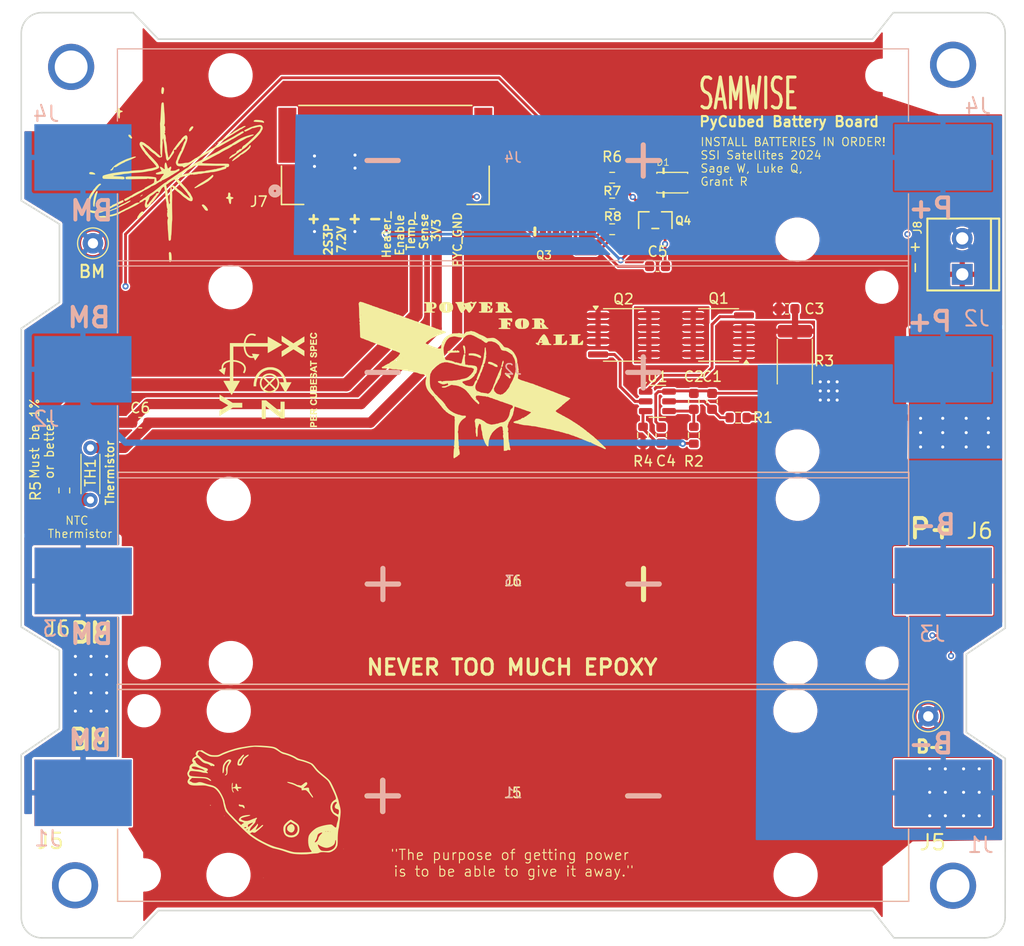
<source format=kicad_pcb>
(kicad_pcb (version 20240108) (generator "pcbnew") (generator_version "8.0")
  (title_block (title "Battery Board") (date "2024-11-14") (rev "v2C") (company "Stanford SSI") (comment 1 "Original design by Max Holiday, very small adaptations by Grant Regen") (comment 2 "More small edits made by Sage Wu and Luke Qiao"))
  (layers (0 "F.Cu" signal) (1 "In1.Cu" signal) (2 "In2.Cu" signal) (31 "B.Cu" signal) (34 "B.Paste" user) (35 "F.Paste" user) (36 "B.SilkS" user "B.Silkscreen") (37 "F.SilkS" user "F.Silkscreen") (38 "B.Mask" user) (39 "F.Mask" user) (44 "Edge.Cuts" user))
  (net 0 "")
  (net 1 "/VDD")
  (net 2 "B-")
  (net 3 "PACK-")
  (net 4 "BM")
  (net 5 "PACK+")
  (net 6 "Net-(U1-VC)")
  (net 7 "Net-(C3-Pad1)")
  (net 8 "PyCubed_SENSE")
  (net 10 "Net-(U1-V-)")
  (net 14 "Net-(Q1-G)")
  (net 15 "+3V3")
  (net 16 "Net-(Q1-D-Pad5)")
  (net 17 "Net-(Q2-G)")
  (net 18 "/HEATER")
  (net 19 "PyCubed_ENABLE")
  (net 20 "Net-(Q4-G)")
  (net 21 "PYCUBED_GND")
  (net 22 "Net-(Q3-Gate)")
  (footprint "ssi_connector:Keystone_1042" (layer "F.Cu") (at 101.1174 129.8448 180)
    (property "Reference" "J5")
    (property "Value" "KEYSTONE-1042")
  )
  (footprint "Package_TO_SOT_SMD:SOT-23-6" (layer "F.Cu") (at 115.189 91.694)
    (property "Reference" "U1")
    (property "Value" "R5460N233AF")
  )
  (footprint "ssi_connector:Keystone_1042" (layer "F.Cu") (at 101.1428 109.1946)
    (property "Reference" "J6")
    (property "Value" "KEYSTONE-1042")
  )
  (footprint "Capacitor_SMD:C_0603_1608Metric" (layer "F.Cu") (at 120.523 91.694 -90)
    (property "Reference" "C1")
    (property "Value" "0.1uF")
  )
  (footprint "Capacitor_SMD:C_0603_1608Metric" (layer "F.Cu") (at 118.745 91.694 -90)
    (property "Reference" "C2")
    (property "Value" "0.1uF")
  )
  (footprint "Capacitor_SMD:C_0603_1608Metric" (layer "F.Cu") (at 115.57 94.996 -90)
    (property "Reference" "C4")
    (property "Value" "0.1uF")
  )
  (footprint "Capacitor_SMD:C_0603_1608Metric" (layer "F.Cu") (at 127.8255 82.677 180)
    (property "Reference" "C3")
    (property "Value" "0.1uF")
  )
  (footprint "Resistor_SMD:R_0603_1608Metric" (layer "F.Cu") (at 123.063 93.2815 180)
    (property "Reference" "R1")
    (property "Value" "330")
  )
  (footprint "Resistor_SMD:R_0603_1608Metric" (layer "F.Cu") (at 118.745 94.996 90)
    (property "Reference" "R2")
    (property "Value" "330")
  )
  (footprint "Package_SO:SOIC-8_3.9x4.9mm_P1.27mm" (layer "F.Cu") (at 111.887 85.217)
    (property "Reference" "Q2")
    (property "Value" "IRF7458")
  )
  (footprint "Package_SO:SOIC-8_3.9x4.9mm_P1.27mm" (layer "F.Cu") (at 121.158 85.217 180)
    (property "Reference" "Q1")
    (property "Value" "IRF7458")
  )
  (footprint "Resistor_SMD:R_0603_1608Metric" (layer "F.Cu") (at 113.792 94.996 -90)
    (property "Reference" "R4")
    (property "Value" "1k")
  )
  (footprint "Resistor_SMD:R_2512_6332Metric" (layer "F.Cu") (at 128.5875 87.8205 90)
    (property "Reference" "R3")
    (property "Value" "0.01")
  )
  (footprint "TestPoint:TestPoint_Loop_D1.80mm_Drill1.0mm_Beaded" (layer "F.Cu") (at 141.5923 122.3899)
    (property "Reference" "TP1" (hide yes))
    (property "Value" "TestPoint")
  )
  (footprint "TestPoint:TestPoint_Loop_D1.80mm_Drill1.0mm_Beaded" (layer "F.Cu") (at 60.1853 76.2889)
    (property "Reference" "TP2" (hide yes))
    (property "Value" "TestPoint")
  )
  (footprint "ssi_mountinghole:MountingHole_3.2mm_M3_DIN965_PadMOD" (layer "F.Cu") (at 144.0103 138.8999)
    (property "Reference" "H4" (hide yes))
    (property "Value" "MountingHole_Pad")
  )
  (footprint "ssi_mountinghole:MountingHole_3.2mm_M3_DIN965_PadMOD" (layer "F.Cu") (at 58.0607 59.0989)
    (property "Reference" "H2" (hide yes))
    (property "Value" "MountingHole_Pad")
  )
  (footprint "ssi_mountinghole:MountingHole_3.2mm_M3_DIN965_PadMOD" (layer "F.Cu") (at 58.4417 138.8549)
    (property "Reference" "H1" (hide yes))
    (property "Value" "MountingHole_Pad")
  )
  (footprint "ssi_mountinghole:MountingHole_3.2mm_M3_DIN965_PadMOD" (layer "F.Cu") (at 144.0103 58.8899)
    (property "Reference" "H3" (hide yes))
    (property "Value" "MountingHole_Pad")
  )
  (footprint "ssi_connector:1985807" (layer "F.Cu") (at 144.9033 79.312102 90)
    (property "Reference" "J8")
    (property "Value" "1985807")
  )
  (footprint "Resistor_SMD:R_0603_1608Metric" (layer "F.Cu") (at 57.3947 100.3789 90)
    (property "Reference" "R5")
    (property "Value" "10k")
  )
  (footprint "Resistor_THT:R_Axial_DIN0204_L3.6mm_D1.6mm_P5.08mm_Horizontal" (layer "F.Cu") (at 59.9393 101.3079 90)
    (property "Reference" "TH1")
    (property "Value" "TTDO-10KC8-3-1%")
  )
  (footprint "ssi_drawings:PowerLogo" (layer "F.Cu") (at 97.672 89.637502)
    (property "Reference" "Ref**" (hide yes))
    (property "Value" "Val**" (hide yes))
  )
  (footprint "Resistor_SMD:R_0603_1608Metric" (layer "F.Cu") (at 110.7853 69.8999)
    (property "Reference" "R6")
    (property "Value" "10k")
  )
  (footprint "ssi_diode:PWRDI-123" (layer "F.Cu") (at 116.6447 70.3789)
    (property "Reference" "D1")
    (property "Value" "DFLS130L" (hide yes))
  )
  (footprint "Resistor_SMD:R_0603_1608Metric" (layer "F.Cu") (at 110.7853 72.4099 180)
    (property "Reference" "R7")
    (property "Value" "4.7k")
  )
  (footprint "ssi_transistor:SOT-23" (layer "F.Cu") (at 114.9921 74.0316)
    (property "Reference" "Q4")
    (property "Value" "IRLML2803" (hide yes))
  )
  (footprint "Capacitor_SMD:C_0603_1608Metric" (layer "F.Cu") (at 64.7917 93.7699)
    (property "Reference" "C6")
    (property "Value" "10uF")
  )
  (footprint "NetTie:NetTie-2_SMD_Pad0.5mm" (layer "F.Cu") (at 143.8111 115.0217 -90)
    (property "Reference" "NT1" (hide yes))
    (property "Value" "NetTie_2" (hide yes))
  )
  (footprint "ssi_connector:Molex_502352-0801" (layer "F.Cu") (at 88.6803 67.6799 180)
    (property "Reference" "J7")
    (property "Value" "MOLEX 502352-0801")
  )
  (footprint "ssi_drawings:star" (layer "F.Cu") (at 68.3447 69.1789)
    (property "Reference" "G***" (hide yes))
    (property "Value" "star" (hide yes))
  )
  (footprint "ssi_transistor:DMP2040USS-13" (layer "F.Cu") (at 105.9397 72.9419)
    (property "Reference" "Q3")
    (property "Value" "DMP2040USS-13" (hide yes))
  )
  (footprint "Capacitor_SMD:C_0603_1608Metric" (layer "F.Cu") (at 115.2107 78.5299)
    (property "Reference" "C5")
    (property "Value" "10uF")
  )
  (footprint "ssi_drawings:fish" (layer "F.Cu") (at 77.1947 130.3539)
    (property "Reference" "G***" (hide yes))
    (property "Value" "fish" (hide yes))
  )
  (footprint "Resistor_SMD:R_0603_1608Metric" (layer "F.Cu") (at 110.7853 74.9199)
    (property "Reference" "R8")
    (property "Value" "100k")
  )
  (footprint "ssi_connector:Keystone_1042" (layer "B.Cu") (at 101.1174 88.5698)
    (property "Reference" "J2")
    (property "Value" "KEYSTONE-1042")
  )
  (footprint "ssi_connector:Keystone_1042" (layer "B.Cu") (at 101.1428 129.8448 180)
    (property "Reference" "J1")
    (property "Value" "KEYSTONE-1042")
  )
  (footprint "ssi_connector:Keystone_1042" (layer "B.Cu") (at 101.1428 109.1946 180)
    (property "Reference" "J3")
    (property "Value" "KEYSTONE-1042")
  )
  (footprint "ssi_connector:Keystone_1042" (layer "B.Cu") (at 101.1174 67.9196)
    (property "Reference" "J4")
    (property "Value" "KEYSTONE-1042")
  )
  (footprint "ssi_drawings:XYZ_cubesat-bot" (layer "B.Cu") (at 77.2303 89.5899 -90)
    (property "Reference" "Ref**" (hide yes))
    (property "Value" "Val**" (hide yes))
  )
  (gr_arc (start 55.2003 143.9799) (mid 53.786086 143.394114) (end 53.2003 141.9799) (stroke (width 0.15)) (layer "Edge.Cuts"))
  (gr_arc (start 149.0853 141.9799) (mid 148.499514 143.394114) (end 147.0853 143.9799) (stroke (width 0.15)) (layer "Edge.Cuts"))
  (gr_arc (start 147.0853 53.8099) (mid 148.499514 54.395686) (end 149.0853 55.8099) (stroke (width 0.15)) (layer "Edge.Cuts"))
  (gr_arc (start 53.2003 55.8099) (mid 53.786086 54.395686) (end 55.2003 53.8099) (stroke (width 0.15)) (layer "Edge.Cuts"))
  (gr_line (start 55.2003 143.9799) (end 64.0395 143.9799) (stroke (width 0.15)) (layer "Edge.Cuts"))
  (gr_line (start 149.098 113.792) (end 149.0853 55.8099) (stroke (width 0.15)) (layer "Edge.Cuts"))
  (gr_line (start 136.1657 141.3187) (end 66.5697 141.3187) (stroke (width 0.15)) (layer "Edge.Cuts"))
  (gr_line (start 64.0395 143.9799) (end 66.5697 141.3187) (stroke (width 0.15)) (layer "Edge.Cuts"))
  (gr_line (start 147.0853 143.9799) (end 138.2461 143.9799) (stroke (width 0.15)) (layer "Edge.Cuts"))
  (gr_line (start 66.548 56.388) (end 64.0969 53.8099) (stroke (width 0.15)) (layer "Edge.Cuts"))
  (gr_line (start 136.144 56.388) (end 66.548 56.388) (stroke (width 0.15)) (layer "Edge.Cuts"))
  (gr_line (start 136.144 56.388) (end 138.1887 53.8099) (stroke (width 0.15)) (layer "Edge.Cuts"))
  (gr_line (start 147.0853 53.8099) (end 138.1887 53.8099) (stroke (width 0.15)) (layer "Edge.Cuts"))
  (gr_line (start 64.0969 53.8099) (end 55.2003 53.8099) (stroke (width 0.15)) (layer "Edge.Cuts"))
  (gr_line (start 53.2003 72.136) (end 53.2003 55.8099) (stroke (width 0.15)) (layer "Edge.Cuts"))
  (gr_line (start 149.0853 141.9799) (end 149.098 126.492) (stroke (width 0.15)) (layer "Edge.Cuts"))
  (gr_line (start 145.3097 123.952) (end 149.098 126.492) (stroke (width 0.15)) (layer "Edge.Cuts"))
  (gr_line (start 56.9121 115.9689) (end 53.1947 113.6829) (stroke (width 0.15)) (layer "Edge.Cuts"))
  (gr_line (start 145.3097 116.332) (end 145.3097 123.952) (stroke (width 0.15)) (layer "Edge.Cuts"))
  (gr_line (start 53.2003 84.582) (end 56.9177 82.042) (stroke (width 0.15)) (layer "Edge.Cuts"))
  (gr_line (start 56.9121 123.5889) (end 56.9121 115.9689) (stroke (width 0.15)) (layer "Edge.Cuts"))
  (gr_line (start 138.2461 143.9799) (end 136.1657 141.3187) (stroke (width 0.15)) (layer "Edge.Cuts"))
  (gr_line (start 53.2003 141.9799) (end 53.1947 126.1289) (stroke (width 0.15)) (layer "Edge.Cuts"))
  (gr_line (start 56.9177 74.422) (end 53.2003 72.136) (stroke (width 0.15)) (layer "Edge.Cuts"))
  (gr_line (start 56.9177 82.042) (end 56.9177 74.422) (stroke (width 0.15)) (layer "Edge.Cuts"))
  (gr_line (start 149.098 113.792) (end 145.3097 116.332) (stroke (width 0.15)) (layer "Edge.Cuts"))
  (gr_line (start 53.1947 126.1289) (end 56.9121 123.5889) (stroke (width 0.15)) (layer "Edge.Cuts"))
  (gr_line (start 53.1947 113.6829) (end 53.2003 84.582) (stroke (width 0.15)) (layer "Edge.Cuts"))
  (gr_text "BM" (at 60.0583 114.3889 0) (layer "B.SilkS") (effects (font (size 1.905 1.905) (thickness 0.381)) (justify mirror)))
  (gr_text "BM" (at 59.8043 83.5279 0) (layer "B.SilkS") (effects (font (size 1.905 1.905) (thickness 0.381)) (justify mirror)))
  (gr_text "BM" (at 60.0583 73.1139 0) (layer "B.SilkS") (effects (font (size 1.905 1.905) (thickness 0.381)) (justify mirror)))
  (gr_text "BM" (at 59.8895 124.7325 0) (layer "B.SilkS") (effects (font (size 1.905 1.905) (thickness 0.381)) (justify mirror)))
  (gr_text "B-" (at 141.8463 125.0569 0) (layer "B.SilkS") (effects (font (size 1.905 1.905) (thickness 0.381)) (justify mirror)))
  (gr_text "B-" (at 142.1003 103.7209 0) (layer "B.SilkS") (effects (font (size 1.905 1.905) (thickness 0.381)) (justify mirror)))
  (gr_text "P+" (at 141.7193 83.9089 0) (layer "B.SilkS") (effects (font (size 1.905 1.905) (thickness 0.381)) (justify mirror)))
  (gr_text "P+" (at 141.8463 72.8599 0) (layer "B.SilkS") (effects (font (size 1.905 1.905) (thickness 0.381)) (justify mirror)))
  (gr_text "J4" (at 57.0447 64.5599 0) (layer "B.SilkS") (effects (font (size 1.5 1.5) (thickness 0.2)) (justify left bottom mirror)))
  (gr_text "J3\n\n" (at 57.9617 117.1419 0) (layer "B.SilkS") (effects (font (size 1.5 1.5) (thickness 0.2)) (justify left bottom mirror)))
  (gr_text "J3\n\n" (at 143.4047 117.6459 0) (layer "B.SilkS") (effects (font (size 1.5 1.5) (thickness 0.2)) (justify left bottom mirror)))
  (gr_text "J4" (at 147.8497 63.7979 0) (layer "B.SilkS") (effects (font (size 1.5 1.5) (thickness 0.2)) (justify left bottom mirror)))
  (gr_text "J1\n" (at 148.1037 135.8069 0) (layer "B.SilkS") (effects (font (size 1.5 1.5) (thickness 0.2)) (justify left bottom mirror)))
  (gr_text "J2\n\n\n" (at 147.7227 89.3249 0) (layer "B.SilkS") (effects (font (size 1.5 1.5) (thickness 0.2)) (justify left bottom mirror)))
  (gr_text "J1\n" (at 57.1717 135.1719 0) (layer "B.SilkS") (effects (font (size 1.5 1.5) (thickness 0.2)) (justify left bottom mirror)))
  (gr_text "J2\n\n\n" (at 57.0447 99.1039 0) (layer "B.SilkS") (effects (font (size 1.5 1.5) (thickness 0.2)) (justify left bottom mirror)))
  (gr_text "BM" (at 59.9313 124.6309 0) (layer "F.SilkS") (effects (font (size 1.905 1.905) (thickness 0.381))))
  (gr_text "B-" (at 141.7791 125.3421 0) (layer "F.SilkS") (effects (font (size 1.2 1.2) (thickness 0.3))))
  (gr_text "P+" (at 141.9733 104.1019 0) (layer "F.SilkS") (effects (font (size 1.905 1.905) (thickness 0.381))))
  (gr_text "NTC \nThermistor" (at 58.9243 103.9553 0) (layer "F.SilkS") (effects (font (size 0.8 0.8) (thickness 0.1))))
  (gr_text "2S3P\n7.2V" (at 83.7655 75.9137 90) (layer "F.SilkS") (effects (font (size 0.8 0.8) (thickness 0.175))))
  (gr_text "- +" (at 140.2551 77.6663 90) (layer "F.SilkS") (effects (font (size 1 1))))
  (gr_text "INSTALL BATTERIES IN ORDER!\nSSI Satellites 2024\nSage W, Luke Q,\nGrant R\n" (at 119.3255 68.3445 0) (layer "F.SilkS") (effects (font (size 0.8 0.8) (thickness 0.1)) (justify left)))
  (gr_text "BM" (at 60.0927 79.0379 0) (layer "F.SilkS") (effects (font (size 1.2 1.2) (thickness 0.2))))
  (gr_text "Heater_\nEnable" (at 89.4447 75.4789 90) (layer "F.SilkS") (effects (font (size 0.8 0.8))))
  (gr_text "Temp_\nSense" (at 91.7947 75.1289 90) (layer "F.SilkS") (effects (font (size 0.8 0.8))))
  (gr_text "Thermistor" (at 61.8363 98.6663 90) (layer "F.SilkS") (effects (font (size 0.8 0.8))))
  (gr_text "J5" (at 54.6317 135.4259 0) (layer "F.SilkS") (effects (font (size 1.5 1.5) (thickness 0.2)) (justify left bottom)))
  (gr_text "J6\n" (at 55.2947 114.7289 0) (layer "F.SilkS") (effects (font (size 1.5 1.5) (thickness 0.2)) (justify left bottom)))
  (gr_text "J5" (at 140.6107 135.5529 0) (layer "F.SilkS") (effects (font (size 1.5 1.5) (thickness 0.2)) (justify left bottom)))
  (gr_text "J6\n" (at 145.1827 105.1999 0) (layer "F.SilkS") (effects (font (size 1.5 1.5) (thickness 0.2)) (justify left bottom)))
  (gr_text "{dblquote}The purpose of getting power \nis to be able to give it away.{dblquote}" (at 101.1899 136.6959 0) (layer "F.SilkS") (effects (font (size 1 1) (thickness 0.1))))
  (gr_text "SAMWISE" (at 124.0753 61.7151 0) (layer "F.SilkS") (effects (font (size 3 1.5) (thickness 0.3))))
  (gr_text "3V3" (at 93.6447 75.0289 90) (layer "F.SilkS") (effects (font (size 0.8 0.8))))
  (gr_text "PYC_GND" (at 95.7197 75.9289 90) (layer "F.SilkS") (effects (font (size 0.8 0.8))))
  (gr_text "PyCubed Battery Board" (at 128.0377 64.4329 0) (layer "F.SilkS") (effects (font (size 1 1) (thickness 0.2))))
  (gr_text "- + - +" (at 84.6963 74.0029 180) (layer "F.SilkS") (effects (font (size 1 1) (thickness 0.25))))
  (gr_text "BM" (at 60.0583 114.2619 0) (layer "F.SilkS") (effects (font (size 1.905 1.905) (thickness 0.381))))
  (gr_text "NEVER TOO MUCH EPOXY" (at 101.0303 117.6099 0) (layer "F.SilkS") (effects (font (size 1.5 1.5) (thickness 0.3))))
  (gr_text "Must be 1%\nor better" (at 56.4447 99.3289 90) (layer "F.SilkS") (effects (font (size 0.889 0.889) (thickness 0.127)) (justify left bottom)))
  (segment (start 119.761 91.694) (end 120.523 92.456) (width 0.2794) (layer "F.Cu") (net 1))
  (segment (start 121.323 93.2815) (end 120.523 92.4815) (width 0.2794) (layer "F.Cu") (net 1))
  (segment (start 122.2755 93.2815) (end 121.323 93.2815) (width 0.2794) (layer "F.Cu") (net 1))
  (segment (start 116.589 91.694) (end 119.761 91.694) (width 0.2794) (layer "F.Cu") (net 1))
  (segment (start 120.523 92.456) (end 120.523 92.4815) (width 0.2794) (layer "F.Cu") (net 1))
  (segment (start 118.745 90.678) (end 120.2945 90.678) (width 0.2794) (layer "F.Cu") (net 2))
  (segment (start 120.523 90.9065) (end 128.4015 90.9065) (width 0.2794) (layer "F.Cu") (net 2))
  (segment (start 118.745 90.9065) (end 118.745 90.678) (width 0.2794) (layer "F.Cu") (net 2))
  (segment (start 115.0329 91.0013) (end 115.2902 90.744) (width 0.27178) (layer "F.Cu") (net 2))
  (segment (start 120.2945 90.678) (end 120.523 90.9065) (width 0.2794) (layer "F.Cu") (net 2))
  (segment (start 115.2902 90.744) (end 116.3265 90.744) (width 0.27178) (layer "F.Cu") (net 2))
  (segment (start 116.655 90.678) (end 118.745 90.678) (width 0.2794) (layer "F.Cu") (net 2))
  (segment (start 115.57 94.2085) (end 115.0329 93.6714) (width 0.27178) (layer "F.Cu") (net 2))
  (segment (start 128.4015 90.9065) (end 128.5875 90.7205) (width 0.2794) (layer "F.Cu") (net 2))
  (segment (start 116.589 90.744) (end 116.655 90.678) (width 0.2794) (layer "F.Cu") (net 2))
  (segment (start 115.0329 93.6714) (end 115.0329 91.0013) (width 0.27178) (layer "F.Cu") (net 2))
  (via (at 143.256 129.794) (size 0.6) (drill 0.3) (layers "F.Cu" "B.Cu") (net 2))
  (via (at 146.558 129.794) (size 0.6) (drill 0.3) (layers "F.Cu" "B.Cu") (net 2))
  (via (at 145.034 129.794) (size 0.6) (drill 0.3) (layers "F.Cu" "B.Cu") (net 2))
  (via (at 141.732 129.794) (size 0.6) (drill 0.3) (layers "F.Cu" "B.Cu") (net 2))
  (via (at 146.558 132.08) (size 0.6) (drill 0.3) (layers "F.Cu" "B.Cu") (net 2))
  (via (at 141.732 132.08) (size 0.6) (drill 0.3) (layers "F.Cu" "B.Cu") (net 2))
  (via (at 143.256 132.08) (size 0.6) (drill 0.3) (layers "F.Cu" "B.Cu") (net 2))
  (via (at 145.034 132.08) (size 0.6) (drill 0.3) (layers "F.Cu" "B.Cu") (net 2))
  (via (at 131.8731 90.678) (size 0.6) (drill 0.3) (layers "F.Cu" "B.Cu") (net 2))
  (via (at 132.7113 90.678) (size 0.6) (drill 0.3) (layers "F.Cu" "B.Cu") (net 2))
  (via (at 131.064 90.678) (size 0.6) (drill 0.3) (layers "F.Cu" "B.Cu") (net 2))
  (via (at 131.8731 91.567) (size 0.6) (drill 0.3) (layers "F.Cu" "B.Cu") (net 2))
  (via (at 131.064 91.567) (size 0.6) (drill 0.3) (layers "F.Cu" "B.Cu") (net 2))
  (via (at 132.7113 91.567) (size 0.6) (drill 0.3) (layers "F.Cu" "B.Cu") (net 2))
  (via (at 143.256 127.508) (size 0.6) (drill 0.3) (layers "F.Cu" "B.Cu") (net 2))
  (via (at 146.558 127.508) (size 0.6) (drill 0.3) (layers "F.Cu" "B.Cu") (net 2))
  (via (at 145.034 127.508) (size 0.6) (drill 0.3) (layers "F.Cu" "B.Cu") (net 2))
  (via (at 131.8731 89.789) (size 0.6) (drill 0.3) (layers "F.Cu" "B.Cu") (net 2))
  (via (at 141.732 127.508) (size 0.6) (drill 0.3) (layers "F.Cu" "B.Cu") (net 2))
  (via (at 131.064 89.789) (size 0.6) (drill 0.3) (layers "F.Cu" "B.Cu") (net 2))
  (via (at 132.7113 89.789) (size 0.6) (drill 0.3) (layers "F.Cu" "B.Cu") (net 2))
  (segment (start 117.703498 95.7835) (end 117.665498 95.8215) (width 0.2794) (layer "F.Cu") (net 4))
  (segment (start 118.745 95.7835) (end 117.703498 95.7835) (width 0.2794) (layer "F.Cu") (net 4))
  (via (at 59.9957 121.8819) (size 0.6) (drill 0.3) (layers "F.Cu" "B.Cu") (net 4))
  (via (at 59.9957 118.3259) (size 0.6) (drill 0.3) (layers "F.Cu" "B.Cu") (net 4))
  (via (at 59.9957 120.1039) (size 0.6) (drill 0.3) (layers "F.Cu" "B.Cu") (net 4))
  (via (at 59.9957 116.5479) (size 0.6) (drill 0.3) (layers "F.Cu" "B.Cu") (net 4))
  (via (at 61.5197 116.5479) (size 0.6) (drill 0.3) (layers "F.Cu" "B.Cu") (net 4))
  (via (at 61.5197 118.3259) (size 0.6) (drill 0.3) (layers "F.Cu" "B.Cu") (net 4))
  (via (at 61.5197 121.8819) (size 0.6) (drill 0.3) (layers "F.Cu" "B.Cu") (net 4))
  (via (at 61.5197 120.1039) (size 0.6) (drill 0.3) (layers "F.Cu" "B.Cu") (net 4))
  (via (at 58.4717 120.1039) (size 0.6) (drill 0.3) (layers "F.Cu" "B.Cu") (net 4))
  (via (at 58.4717 118.3259) (size 0.6) (drill 0.3) (layers "F.Cu" "B.Cu") (net 4))
  (via (at 58.4717 116.5479) (size 0.6) (drill 0.3) (layers "F.Cu" "B.Cu") (net 4))
  (via (at 58.4717 121.8819) (size 0.6) (drill 0.3) (layers "F.Cu" "B.Cu") (net 4))
  (via (at 117.665498 95.8215) (size 0.6) (drill 0.3) (layers "F.Cu" "B.Cu") (net 4))
  (segment (start 117.563898 95.7199) (end 117.665498 95.8215) (width 0.6096) (layer "B.Cu") (net 4))
  (segment (start 59.2074 88.5698) (end 59.2074 91.567) (width 0.6096) (layer "B.Cu") (net 4))
  (segment (start 59.2074 91.567) (end 63.3603 95.7199) (width 0.6096) (layer "B.Cu") (net 4))
  (segment (start 63.3603 95.7199) (end 117.563898 95.7199) (width 0.6096) (layer "B.Cu") (net 4))
  (segment (start 85.7123 71.2729) (end 85.7763 71.2089) (width 0.6096) (layer "F.Cu") (net 5))
  (segment (start 81.776301 71.2089) (end 81.776301 68.796901) (width 0.6096) (layer "F.Cu") (net 5))
  (segment (start 81.7753 71.209901) (end 81.776301 71.2089) (width 1.27) (layer "F.Cu") (net 5))
  (segment (start 85.680301 69.005699) (end 85.725 68.961) (width 0.27178) (layer "F.Cu") (net 5))
  (segment (start 85.725 71.1576) (end 85.7763 71.2089) (width 0.6096) (layer "F.Cu") (net 5))
  (segment (start 85.725 67.691) (end 85.725 68.961) (width 0.6096) (layer "F.Cu") (net 5))
  (segment (start 140.7795 93.2815) (end 140.843 93.345) (width 0.6096) (layer "F.Cu") (net 5))
  (segment (start 81.776301 68.796901) (end 81.7753 68.7959) (width 0.6096) (layer "F.Cu") (net 5))
  (segment (start 85.725 68.961) (end 85.725 71.1576) (width 0.6096) (layer "F.Cu") (net 5))
  (segment (start 81.7753 71.280899) (end 81.680301 71.1859) (width 1.27) (layer "F.Cu") (net 5))
  (segment (start 85.680301 71.1859) (end 85.680301 69.005699) (width 0.27178) (layer "F.Cu") (net 5))
  (segment (start 123.8505 93.2815) (end 140.7795 93.2815) (width 0.6096) (layer "F.Cu") (net 5))
  (segment (start 85.7123 75.1459) (end 85.680301 75.113901) (width 0.27178) (layer "F.Cu") (net 5))
  (segment (start 81.7753 75.1459) (end 81.7753 71.280899) (width 1.27) (layer "F.Cu") (net 5))
  (segment (start 85.680301 75.113901) (end 85.680301 71.1859) (width 1.27) (layer "F.Cu") (net 5))
  (segment (start 81.7753 67.7799) (end 81.7753 68.7959) (width 0.6096) (layer "F.Cu") (net 5))
  (via (at 140.843 94.742) (size 0.6) (drill 0.3) (layers "F.Cu" "B.Cu") (net 5))
  (via (at 143.002 94.742) (size 0.6) (drill 0.3) (layers "F.Cu" "B.Cu") (net 5))
  (via (at 145.288 94.742) (size 0.6) (drill 0.3) (layers "F.Cu" "B.Cu") (net 5))
  (via (at 147.447 94.742) (size 0.6) (drill 0.3) (layers "F.Cu" "B.Cu") (net 5))
  (via (at 145.288 96.139) (size 0.6) (drill 0.3) (layers "F.Cu" "B.Cu") (net 5))
  (via (at 140.843 96.139) (size 0.6) (drill 0.3) (layers "F.Cu" "B.Cu") (net 5))
  (via (at 143.002 96.139) (size 0.6) (drill 0.3) (layers "F.Cu" "B.Cu") (net 5))
  (via (at 147.447 96.139) (size 0.6) (drill 0.3) (layers "F.Cu" "B.Cu") (net 5))
  (via (at 140.843 93.345) (size 0.6) (drill 0.3) (layers "F.Cu" "B.Cu") (net 5))
  (via (at 85.7123 75.1459) (size 0.6) (drill 0.3) (layers "F.Cu" "B.Cu") (net 5))
  (via (at 143.002 93.345) (size 0.6) (drill 0.3) (layers "F.Cu" "B.Cu") (net 5))
  (via (at 81.7753 67.7799) (size 0.6) (drill 0.3) (layers "F.Cu" "B.Cu") (net 5))
  (via (at 85.725 67.691) (size 0.6) (drill 0.3) (layers "F.Cu" "B.Cu") (net 5))
  (via (at 81.7753 75.1459) (size 0.6) (drill 0.3) (layers "F.Cu" "B.Cu") (net 5))
  (via (at 147.447 93.345) (size 0.6) (drill 0.3) (layers "F.Cu" "B.Cu") (net 5))
  (via (at 81.7753 68.7959) (size 0.6) (drill 0.3) (layers "F.Cu" "B.Cu") (net 5))
  (via (at 145.288 93.345) (size 0.6) (drill 0.3) (layers "F.Cu" "B.Cu") (net 5))
  (via (at 85.725 68.961) (size 0.6) (drill 0.3) (layers "F.Cu" "B.Cu") (net 5))
  (segment (start 118.745 92.4815) (end 118.745 94.2085) (width 0.27178) (layer "F.Cu") (net 6))
  (segment (start 116.589 92.644) (end 118.5825 92.644) (width 0.2794) (layer "F.Cu") (net 6))
  (segment (start 128.613 84.895) (end 128.5875 84.9205) (width 0.6096) (layer "F.Cu") (net 7))
  (segment (start 128.613 82.677) (end 128.613 84.895) (width 0.6096) (layer "F.Cu") (net 7))
  (segment (start 57.3913 101.2464) (end 57.3988 101.2539) (width 1.27) (layer "F.Cu") (net 8))
  (segment (start 57.3988 101.2539) (end 59.8853 101.2539) (width 1.27) (layer "F.Cu") (net 8))
  (segment (start 91.680299 71.1859) (end 91.680299 83.268301) (width 1.27) (layer "F.Cu") (net 8))
  (segment (start 59.8853 101.2539) (end 59.9393 101.3079) (width 1.27) (layer "F.Cu") (net 8))
  (segment (start 84.8697 90.0789) (end 60.141876 90.0789) (width 1.27) (layer "F.Cu") (net 8))
  (segment (start 55.6697 99.669914) (end 57.203686 101.2039) (width 1.27) (layer "F.Cu") (net 8))
  (segment (start 60.141876 90.0789) (end 55.6697 94.551076) (width 1.27) (layer "F.Cu") (net 8))
  (segment (start 57.203686 101.2039) (end 57.3947 101.2039) (width 1.27) (layer "F.Cu") (net 8))
  (segment (start 91.680299 83.268301) (end 84.8697 90.0789) (width 1.27) (layer "F.Cu") (net 8))
  (segment (start 55.6697 94.551076) (end 55.6697 99.669914) (width 1.27) (layer "F.Cu") (net 8))
  (segment (start 113.792 94.2085) (end 113.792 94.361) (width 0.2794) (layer "F.Cu") (net 10))
  (segment (start 113.789 94.2055) (end 113.792 94.2085) (width 0.2794) (layer "F.Cu") (net 10))
  (segment (start 113.789 92.644) (end 113.789 94.2055) (width 0.2794) (layer "F.Cu") (net 10))
  (segment (start 115.2145 95.7835) (end 115.57 95.7835) (width 0.2794) (layer "F.Cu") (net 10))
  (segment (start 113.792 94.361) (end 115.2145 95.7835) (width 0.2794) (layer "F.Cu") (net 10))
  (segment (start 119.761 89.154) (end 115.57 89.154) (width 0.2794) (layer "F.Cu") (net 14))
  (segment (start 121.285 83.439) (end 120.523 84.201) (width 0.2794) (layer "F.Cu") (net 14))
  (segment (start 120.523 88.392) (end 119.761 89.154) (width 0.2794) (layer "F.Cu") (net 14))
  (segment (start 115.57 89.2255) (end 114.0515 90.744) (width 0.2794) (layer "F.Cu") (net 14))
  (segment (start 123.506 83.439) (end 121.285 83.439) (width 0.2794) (layer "F.Cu") (net 14))
  (segment (start 120.523 84.201) (end 120.523 88.392) (width 0.2794) (layer "F.Cu") (net 14))
  (segment (start 115.57 89.154) (end 115.57 89.2255) (width 0.2794) (layer "F.Cu") (net 14))
  (segment (start 123.633 83.312) (end 123.506 83.439) (width 0.2794) (layer "F.Cu") (net 14))
  (segment (start 96.2697 68.6289) (end 103.2751 75.6343) (width 0.27178) (layer "F.Cu") (net 15))
  (segment (start 58.9497 93.7699) (end 64.0167 93.7699) (width 1) (layer "F.Cu") (net 15))
  (segment (start 109.68021 76.84999) (end 111.36012 78.5299) (width 0.27178) (layer "F.Cu") (net 15))
  (segment (start 106.5747 75.6343) (end 106.5747 76.6589) (width 0.27178) (layer "F.Cu") (net 15))
  (segment (start 65.5197 91.9539) (end 86.3197 91.9539) (width 1) (layer "F.Cu") (net 15))
  (segment (start 109.2013 77.3289) (end 109.68021 76.84999) (width 0.27178) (layer "F.Cu") (net 15))
  (segment (start 106.5747 76.6589) (end 107.2447 77.3289) (width 0.27178) (layer "F.Cu") (net 15))
  (segment (start 57.3947 98.3248) (end 57.3913 98.3214) (width 1) (layer "F.Cu") (net 15))
  (segment (start 64.0167 93.4569) (end 65.5197 91.9539) (width 1) (layer "F.Cu") (net 15))
  (segment (start 58.8481 93.6683) (end 58.9497 93.7699) (width 0.27178) (layer "F.Cu") (net 15))
  (segment (start 58.5537 93.7699) (end 58.9497 93.7699) (width 1) (layer "F.Cu") (net 15))
  (segment (start 86.3197 91.9539) (end 93.6803 84.5933) (width 1) (layer "F.Cu") (net 15))
  (segment (start 109.68021 76.84999) (end 111.6103 74.9199) (width 0.27178) (layer "F.Cu") (net 15))
  (segment (start 95.234 68.6289) (end 96.2697 68.6289) (width 0.27178) (layer "F.Cu") (net 15))
  (segment (start 93.6803 84.5933) (end 93.6803 71.1859) (width 1) (layer "F.Cu") (net 15))
  (segment (start 57.3947 99.5539) (end 57.3947 98.3248) (width 1) (layer "F.Cu") (net 15))
  (segment (start 93.6803 71.1859) (end 93.6803 70.1826) (width 0.27178) (layer "F.Cu") (net 15))
  (segment (start 57.3913 94.9323) (end 58.5537 93.7699) (width 1) (layer "F.Cu") (net 15))
  (segment (start 64.0167 93.7699) (end 64.0167 93.4569) (width 1) (layer "F.Cu") (net 15))
  (segment (start 57.3913 98.3214) (end 57.3913 94.9323) (width 1) (layer "F.Cu") (net 15))
  (segment (start 111.36012 78.5299) (end 114.4357 78.5299) (width 0.27178) (layer "F.Cu") (net 15))
  (segment (start 103.2751 75.6343) (end 106.5747 75.6343) (width 0.27178) (layer "F.Cu") (net 15))
  (segment (start 107.2447 77.3289) (end 109.2013 77.3289) (width 0.27178) (layer "F.Cu") (net 15))
  (segment (start 93.6803 70.1826) (end 95.234 68.6289) (width 0.27178) (layer "F.Cu") (net 15))
  (segment (start 111.5695 90.2539) (end 111.5695 87.6935) (width 0.2794) (layer "F.Cu") (net 17))
  (segment (start 110.998 87.122) (end 109.412 87.122) (width 0.2794) (layer "F.Cu") (net 17))
  (segment (start 113.0096 91.694) (end 111.5695 90.2539) (width 0.2794) (layer "F.Cu") (net 17))
  (segment (start 113.789 91.694) (end 113.0096 91.694) (width 0.2794) (layer "F.Cu") (net 17))
  (segment (start 111.5695 87.6935) (end 110.998 87.122) (width 0.2794) (layer "F.Cu") (net 17))
  (segment (start 112.60363 68.76323) (end 114.2193 70.3789) (width 0.27178) (layer "F.Cu") (net 18))
  (segment (start 108.36057 68.76323) (end 99.75724 60.1599) (width 0.27178) (layer "F.Cu") (net 18))
  (segment (start 106.5747 70.2495) (end 105.3047 70.2495) (width 0.27178) (layer "F.Cu") (net 18))
  (segment (start 107.8447 70.2495) (end 106.5747 70.2495) (width 0.27178) (layer "F.Cu") (net 18))
  (segment (start 107.8447 69.2791) (end 107.8447 70.2495) (width 0.27178) (layer "F.Cu") (net 18))
  (segment (start 99.75724 60.1599) (end 78.6003 60.1599) (width 0.27178) (layer "F.Cu") (net 18))
  (segment (start 78.6003 60.1599) (end 63.3603 75.3999) (width 0.27178) (layer "F.Cu") (net 18))
  (segment (start 105.3047 70.2495) (end 104.0347 70.2495) (width 0.27178) (layer "F.Cu") (net 18))
  (segment (start 63.3603 75.3999) (end 63.3603 80.4799) (width 0.27178) (layer "F.Cu") (net 18))
  (segment (start 108.36057 68.76323) (end 107.8447 69.2791) (width 0.27178) (layer "F.Cu") (net 18))
  (segment (start 114.2193 70.3789) (end 115.6447 70.3789) (width 0.27178) (layer "F.Cu") (net 18))
  (segment (start 143.8111 116.5029) (end 143.8111 115.5217) (width 0.1778) (layer "F.Cu") (net 18))
  (segment (start 108.36057 68.76323) (end 112.60363 68.76323) (width 0.27178) (layer "F.Cu") (net 18))
  (via (at 139.5603 75.3999) (size 0.6) (drill 0.3) (layers "F.Cu" "B.Cu") (net 18))
  (via (at 63.3603 80.4799) (size 0.6) (drill 0.3) (layers "F.Cu" "B.Cu") (net 18))
  (via (at 143.8111 116.5029) (size 0.6) (drill 0.3) (layers "F.Cu" "B.Cu") (net 18))
  (segment (start 112.27319 77.28701) (end 111.6203 77.9399) (width 0.27178) (layer "F.Cu") (net 19))
  (segment (start 112.27319 74.32279) (end 112.27319 77.28701) (width 0.27178) (layer "F.Cu") (net 19))
  (segment (start 109.9603 72.4099) (end 110.3603 72.4099) (width 0.27178) (layer "F.Cu") (net 19))
  (segment (start 88.7603 72.105901) (end 89.680301 71.1859) (width 0.27178) (layer "F.Cu") (net 19))
  (segment (start 110.3603 72.4099) (end 112.27319 74.32279) (width 0.27178) (layer "F.Cu") (net 19))
  (segment (start 88.7603 75.3999) (end 88.7603 72.105901) (width 0.27178) (layer "F.Cu") (net 19))
  (via (at 111.6203 77.9399) (size 0.6) (drill 0.3) (layers "F.Cu" "B.Cu") (net 19))
  (via (at 88.7603 75.3999) (size 0.6) (drill 0.3) (layers "F.Cu" "B.Cu") (net 19))
  (segment (start 111.6203 77.9399) (end 109.0803 75.3999) (width 0.27178) (layer "B.Cu") (net 19))
  (segment (start 109.0803 75.3999) (end 88.7603 75.3999) (width 0.27178) (layer "B.Cu") (net 19))
  (segment (start 109.9603 70.7599) (end 111.6103 72.4099) (width 0.27178) (layer "F.Cu") (net 20))
  (segment (start 109.9603 69.8999) (end 109.9603 70.7599) (width 0.27178) (layer "F.Cu") (net 20))
  (segment (start 111.6103 72.4099) (end 111.6103 72.6056) (width 0.27178) (layer "F.Cu") (net 20))
  (segment (start 111.6103 72.6056) (end 114.0396 75.0349) (width 0.27178) (layer "F.Cu") (net 20))
  (segment (start 65.5667 93.7699) (end 87.2287 93.7699) (width 1) (layer "F.Cu") (net 21))
  (segment (start 115.9446 76.354) (end 115.9446 78.4888) (width 0.27178) (layer "F.Cu") (net 21))
  (segment (start 115.351184 75.0349) (end 114.427894 74.11161) (width 0.27178) (layer "F.Cu") (net 21))
  (segment (start 115.9446 78.4888) (end 115.9857 78.5299) (width 0.27178) (layer "F.Cu") (net 21))
  (segment (start 112.7697 71.7789) (end 111.6103 70.6195) (width 0.27178) (layer "F.Cu") (net 21))
  (segment (start 115.9446 75.0349) (end 115.9446 76.3538) (width 0.27178) (layer "F.Cu") (net 21))
  (segment (start 115.9446 75.0349) (end 115.351184 75.0349) (width 0.27178) (layer "F.Cu") (net 21))
  (segment (start 95.680301 85.318299) (end 95.680301 71.1859) (width 1) (layer "F.Cu") (net 21))
  (segment (start 65.5667 93.89981) (end 65.5667 93.7699) (width 1) (layer "F.Cu") (net 21))
  (segment (start 87.2287 93.7699) (end 95.680301 85.318299) (width 1) (layer "F.Cu") (net 21))
  (segment (start 115.9447 76.3539) (end 115.9446 76.354) (width 0.27178) (layer "F.Cu") (net 21))
  (segment (start 97.5947 71.7539) (end 96.248301 71.7539) (width 0.27178) (layer "F.Cu") (net 21))
  (segment (start 115.9446 76.3538) (end 115.9447 76.3539) (width 0.27178) (layer "F.Cu") (net 21))
  (segment (start 112.7947 71.7789) (end 112.7697 71.7789) (width 0.27178) (layer "F.Cu") (net 21))
  (segment (start 115.9446 75.0349) (end 115.9446 72.629) (width 0.27178) (layer "F.Cu") (net 21))
  (segment (start 114.427894 74.11161) (end 114.427894 73.437094) (width 0.27178) (layer "F.Cu") (net 21))
  (segment (start 142.0125 114.5217) (end 141.9947 114.5039) (width 0.27178) (layer "F.Cu") (net 21))
  (segment (start 59.9393 96.2279) (end 63.23861 96.2279) (width 1) (layer "F.Cu") (net 21))
  (segment (start 115.9446 72.629) (end 118.1947 70.3789) (width 0.27178) (layer "F.Cu") (net 21))
  (segment (start 111.6103 70.6195) (end 111.6103 69.8999) (width 0.27178) (layer "F.Cu") (net 21))
  (segment (start 63.23861 96.2279) (end 65.5667 93.89981) (width 1) (layer "F.Cu") (net 21))
  (segment (start 96.248301 71.7539) (end 95.680301 71.1859) (width 0.27178) (layer "F.Cu") (net 21))
  (segment (start 114.427894 73.437094) (end 112.7947 71.8039) (width 0.27178) (layer "F.Cu") (net 21))
  (segment (start 112.7947 71.8039) (end 112.7947 71.7789) (width 0.27178) (layer "F.Cu") (net 21))
  (segment (start 143.8111 114.5217) (end 142.0125 114.5217) (width 0.27178) (layer "F.Cu") (net 21))
  (via (at 115.9447 76.3539) (size 0.6) (drill 0.3) (layers "F.Cu" "B.Cu") (net 21))
  (via (at 141.9947 114.5039) (size 0.6) (drill 0.3) (layers "F.Cu" "B.Cu") (net 21))
  (via (at 97.5947 71.7539) (size 0.6) (drill 0.3) (layers "F.Cu" "B.Cu") (net 21))
  (via (at 112.7947 71.7789) (size 0.6) (drill 0.3) (layers "F.Cu" "B.Cu") (net 21))
  (segment (start 112.002036 69.16201) (end 112.27319 69.433164) (width 0.27178) (layer "F.Cu") (net 22))
  (segment (start 112.27319 69.99883) (end 114.9921 72.71774) (width 0.27178) (layer "F.Cu") (net 22))
  (segment (start 112.27319 69.433164) (end 112.27319 69.99883) (width 0.27178) (layer "F.Cu") (net 22))
  (segment (start 109.2459 75.6343) (end 109.9603 74.9199) (width 0.27178) (layer "F.Cu") (net 22))
  (segment (start 109.29741 69.433164) (end 109.568564 69.16201) (width 0.27178) (layer "F.Cu") (net 22))
  (segment (start 109.9603 74.9199) (end 109.29741 74.25701) (width 0.27178) (layer "F.Cu") (net 22))
  (segment (start 109.568564 69.16201) (end 112.002036 69.16201) (width 0.27178) (layer "F.Cu") (net 22))
  (segment (start 107.8447 75.6343) (end 109.2459 75.6343) (width 0.27178) (layer "F.Cu") (net 22))
  (segment (start 114.9921 72.71774) (end 114.9921 73.1553) (width 0.27178) (layer "F.Cu") (net 22))
  (segment (start 109.29741 74.25701) (end 109.29741 69.433164) (width 0.27178) (layer "F.Cu") (net 22))
  (zone (net 0) (net_name "") (layer "F.Cu") (connect_pads (clearance 0)) (min_thickness 0.254)
    (keepout (tracks allowed) (vias allowed) (pads allowed) (copperpour not_allowed) (footprints allowed))
    (fill (thermal_gap 0.508) (thermal_bridge_width 0.508))
    (polygon (pts (xy 142.6083 63.7159) (xy 137.16 61.9379) (xy 137.16 52.832) (xy 149.86 52.832) (xy 149.86 63.7159)))
  )
  (zone (net 2) (net_name "B-") (layer "F.Cu") (priority 2) (connect_pads (clearance 0.1524)) (min_thickness 0.1524) (fill yes (thermal_gap 0.254) (thermal_bridge_width 0.508))
    (polygon (pts (xy 133.096 92.202) (xy 126.492 92.202) (xy 126.492 89.408) (xy 133.096 89.408)))
  )
  (zone (net 3) (net_name "PACK-") (layer "F.Cu") (connect_pads (clearance 0.1524)) (min_thickness 0.1524) (fill yes (thermal_gap 0.1524) (thermal_bridge_width 0.508))
    (polygon (pts (xy 149.86 144.78) (xy 53.34 144.78) (xy 53.34 53.34) (xy 149.86 53.34)))
  )
  (zone (net 5) (net_name "PACK+") (layer "F.Cu") (priority 3) (connect_pads (clearance 0.254)) (min_thickness 0.1524) (fill yes (thermal_gap 0.1524) (thermal_bridge_width 0.508))
    (polygon (pts (xy 149.098 113.286067) (xy 139.7 113.286067) (xy 139.7 84.584067) (xy 149.098 84.584067)))
  )
  (zone (net 7) (net_name "Net-(C3-Pad1)") (layer "F.Cu") (priority 3) (connect_pads (clearance 0.1524)) (min_thickness 0.1524) (fill yes (thermal_gap 0.127) (thermal_bridge_width 0.508))
    (polygon (pts (xy 130.556 83.82) (xy 130.556 88.011) (xy 120.523 88.011) (xy 120.523 83.82)))
  )
  (zone (net 16) (net_name "Net-(Q1-D-Pad5)") (layer "F.Cu") (priority 3) (connect_pads (clearance 0.1524)) (min_thickness 0.1524) (fill yes (thermal_gap 0.127) (thermal_bridge_width 0.508))
    (polygon (pts (xy 120.269 88.011) (xy 112.903 88.011) (xy 112.903 82.423) (xy 120.269 82.423)))
  )
  (zone (net 4) (net_name "BM") (layer "F.Cu") (priority 3) (connect_pads (clearance 0.254)) (min_thickness 0.1524) (fill yes (thermal_gap 0.254) (thermal_bridge_width 0.508))
    (polygon (pts (xy 62.738 133.096) (xy 53.086 133.096) (xy 53.086 104.902) (xy 62.738 104.902)))
  )
  (zone (net 0) (net_name "") (layer "F.Cu") (connect_pads (clearance 0)) (min_thickness 0.25)
    (keepout (tracks allowed) (vias allowed) (pads allowed) (copperpour not_allowed) (footprints allowed))
    (fill (thermal_gap 0.5) (thermal_bridge_width 0.5))
    (polygon (pts (xy 143.4047 114.0645) (xy 143.4047 115.8933) (xy 144.2175 115.8933) (xy 144.2175 114.0645)))
  )
  (zone (net 0) (net_name "") (layers "F&B.Cu") (connect_pads (clearance 0)) (min_thickness 0.254)
    (keepout (tracks allowed) (vias allowed) (pads allowed) (copperpour not_allowed) (footprints allowed))
    (fill (thermal_gap 0.508) (thermal_bridge_width 0.508))
    (polygon (pts (xy 137.1473 136.9949) (xy 140.0683 134.5819) (xy 148.9583 134.4549) (xy 149.111756 144.78) (xy 137.16 144.78)))
  )
  (zone (net 0) (net_name "") (layers "F&B.Cu") (connect_pads (clearance 0)) (min_thickness 0.254)
    (keepout (tracks allowed) (vias allowed) (pads allowed) (copperpour not_allowed) (footprints allowed))
    (fill (thermal_gap 0.508) (thermal_bridge_width 0.508))
    (polygon (pts (xy 62.738 131.9149) (xy 65.082555 135.636) (xy 65.082555 144.2339) (xy 52.8193 144.2339) (xy 52.8193 131.9149)))
  )
  (zone (net 0) (net_name "") (layers "F&B.Cu") (connect_pads (clearance 0)) (min_thickness 0.254)
    (keepout (tracks allowed) (vias allowed) (pads allowed) (copperpour not_allowed) (footprints allowed))
    (fill (thermal_gap 0.508) (thermal_bridge_width 0.508))
    (polygon (pts (xy 65.024 60.452) (xy 60.9473 65.3669) (xy 53.0733 65.3669) (xy 53.072244 52.578) (xy 65.024 52.578)))
  )
  (zone (net 5) (net_name "PACK+") (layer "B.Cu") (priority 3) (connect_pads (clearance 0.1524)) (min_thickness 0.1524) (fill yes (thermal_gap 0.1524) (thermal_bridge_width 0.508))
    (polygon (pts (xy 149.092331 97.282) (xy 139.694331 97.282) (xy 139.9413 77.4319) (xy 79.7433 77.4319) (xy 79.9338 63.73495) (xy 134.874 63.881) (xy 140.7033 63.8429) (xy 149.2123 63.8429)))
  )
  (zone (net 2) (net_name "B-") (layer "B.Cu") (priority 2) (connect_pads (clearance 0.1524)) (min_thickness 0.1524) (fill yes (thermal_gap 0.254) (thermal_bridge_width 0.508))
    (polygon (pts (xy 149.0853 134.4549) (xy 124.7775 134.4549) (xy 124.968 88.138) (xy 149.098 88.011)))
  )
  (zone (net 4) (net_name "BM") (layer "B.Cu") (priority 3) (connect_pads (clearance 0.1524)) (min_thickness 0.1524) (fill yes (thermal_gap 0.254) (thermal_bridge_width 0.508))
    (polygon (pts (xy 62.738 131.9149) (xy 53.086 131.9149) (xy 52.9463 65.2399) (xy 62.7253 65.2399)))
  )
)
</source>
